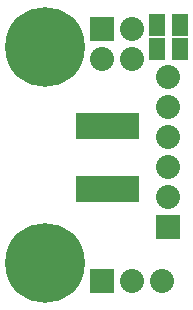
<source format=gts>
G04 (created by PCBNEW (2013-04-19 BZR 4011)-stable) date 16/10/2013 10:05:19*
%MOIN*%
G04 Gerber Fmt 3.4, Leading zero omitted, Abs format*
%FSLAX34Y34*%
G01*
G70*
G90*
G04 APERTURE LIST*
%ADD10C,2.3622e-006*%
%ADD11R,0.055X0.075*%
%ADD12C,0.2661*%
%ADD13R,0.08X0.08*%
%ADD14C,0.08*%
%ADD15R,0.036X0.085*%
G04 APERTURE END LIST*
G54D10*
G54D11*
X64415Y-36570D03*
X63665Y-36570D03*
X64405Y-35790D03*
X63655Y-35790D03*
G54D12*
X59900Y-36500D03*
X59900Y-43700D03*
G54D13*
X61800Y-44300D03*
G54D14*
X62800Y-44300D03*
X63800Y-44300D03*
G54D13*
X64010Y-42500D03*
G54D14*
X64010Y-41500D03*
X64010Y-40500D03*
X64010Y-39500D03*
X64010Y-38500D03*
X64010Y-37500D03*
G54D13*
X61810Y-35900D03*
G54D14*
X61810Y-36900D03*
X62810Y-35900D03*
X62810Y-36900D03*
G54D15*
X62125Y-39150D03*
X61875Y-39150D03*
X61625Y-39150D03*
X61375Y-39150D03*
X62875Y-41250D03*
X62875Y-39150D03*
X62625Y-39150D03*
X62375Y-39150D03*
X61125Y-41250D03*
X61375Y-41250D03*
X61625Y-41250D03*
X61875Y-41250D03*
X62125Y-41250D03*
X62375Y-41250D03*
X61125Y-39150D03*
X62625Y-41250D03*
M02*

</source>
